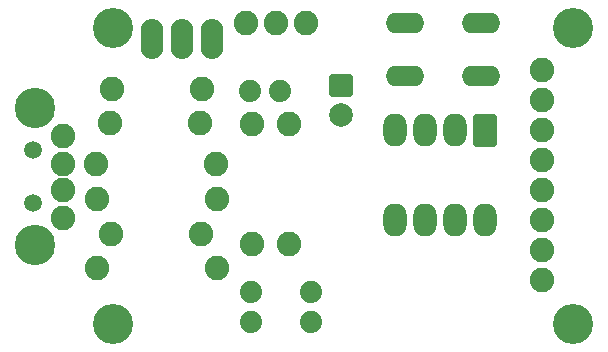
<source format=gts>
G04 #@! TF.GenerationSoftware,KiCad,Pcbnew,5.1.10-88a1d61d58~90~ubuntu21.04.1*
G04 #@! TF.CreationDate,2021-07-14T16:23:23-03:00*
G04 #@! TF.ProjectId,Franzininho,4672616e-7a69-46e6-996e-686f2e6b6963,rev?*
G04 #@! TF.SameCoordinates,Original*
G04 #@! TF.FileFunction,Soldermask,Top*
G04 #@! TF.FilePolarity,Negative*
%FSLAX46Y46*%
G04 Gerber Fmt 4.6, Leading zero omitted, Abs format (unit mm)*
G04 Created by KiCad (PCBNEW 5.1.10-88a1d61d58~90~ubuntu21.04.1) date 2021-07-14 16:23:23*
%MOMM*%
%LPD*%
G01*
G04 APERTURE LIST*
%ADD10C,1.879600*%
%ADD11C,3.400000*%
%ADD12C,1.500000*%
%ADD13C,3.419200*%
%ADD14C,2.082800*%
%ADD15O,3.251200X1.727200*%
%ADD16O,1.920000X3.400000*%
%ADD17O,2.000000X2.800000*%
%ADD18C,2.000000*%
G04 APERTURE END LIST*
D10*
X144272000Y-114808000D03*
X144272000Y-117348000D03*
D11*
X132562350Y-92436100D03*
X171562350Y-92436100D03*
X171562350Y-117436100D03*
X132562350Y-117436100D03*
D12*
X125852350Y-107268600D03*
X125852350Y-102768600D03*
D13*
X125952350Y-99218600D03*
X125952350Y-110818600D03*
D14*
X128352350Y-108518600D03*
X128352350Y-106145600D03*
X128352350Y-103891600D03*
X128352350Y-101518600D03*
X132435850Y-109814100D03*
X140055850Y-109814100D03*
X132336850Y-100452100D03*
X139956850Y-100452100D03*
D10*
X146685000Y-97790000D03*
X144145000Y-97790000D03*
D14*
X141342350Y-103928100D03*
X131182350Y-103928100D03*
X141404850Y-106893100D03*
X131244850Y-106893100D03*
X131244850Y-112776000D03*
X141404850Y-112776000D03*
D10*
X149352000Y-114808000D03*
X149352000Y-117348000D03*
D14*
X147485850Y-110703100D03*
X147485850Y-100543100D03*
X140126450Y-97610500D03*
X132506450Y-97610500D03*
X144320850Y-110703100D03*
X144320850Y-100543100D03*
X168879850Y-95981100D03*
X168879850Y-98521100D03*
X168879850Y-101061100D03*
X168879850Y-103601100D03*
X168879850Y-106141100D03*
X168879850Y-108681100D03*
X168879850Y-111221100D03*
X168879850Y-113761100D03*
X143812350Y-91976100D03*
X146352350Y-91976100D03*
X148892350Y-91976100D03*
D15*
X163779200Y-96494600D03*
X157276800Y-96494600D03*
X163779200Y-91973400D03*
X157276800Y-91973400D03*
D16*
X135890000Y-93345000D03*
X140970000Y-93345000D03*
X138430000Y-93345000D03*
D17*
X164084000Y-108712000D03*
X156464000Y-101092000D03*
X161544000Y-108712000D03*
X159004000Y-101092000D03*
X159004000Y-108712000D03*
X161544000Y-101092000D03*
X156464000Y-108712000D03*
G36*
G01*
X163284000Y-99692000D02*
X164884000Y-99692000D01*
G75*
G02*
X165084000Y-99892000I0J-200000D01*
G01*
X165084000Y-102292000D01*
G75*
G02*
X164884000Y-102492000I-200000J0D01*
G01*
X163284000Y-102492000D01*
G75*
G02*
X163084000Y-102292000I0J200000D01*
G01*
X163084000Y-99892000D01*
G75*
G02*
X163284000Y-99692000I200000J0D01*
G01*
G37*
D18*
X151892000Y-99782000D03*
G36*
G01*
X151092000Y-96282000D02*
X152692000Y-96282000D01*
G75*
G02*
X152892000Y-96482000I0J-200000D01*
G01*
X152892000Y-98082000D01*
G75*
G02*
X152692000Y-98282000I-200000J0D01*
G01*
X151092000Y-98282000D01*
G75*
G02*
X150892000Y-98082000I0J200000D01*
G01*
X150892000Y-96482000D01*
G75*
G02*
X151092000Y-96282000I200000J0D01*
G01*
G37*
M02*

</source>
